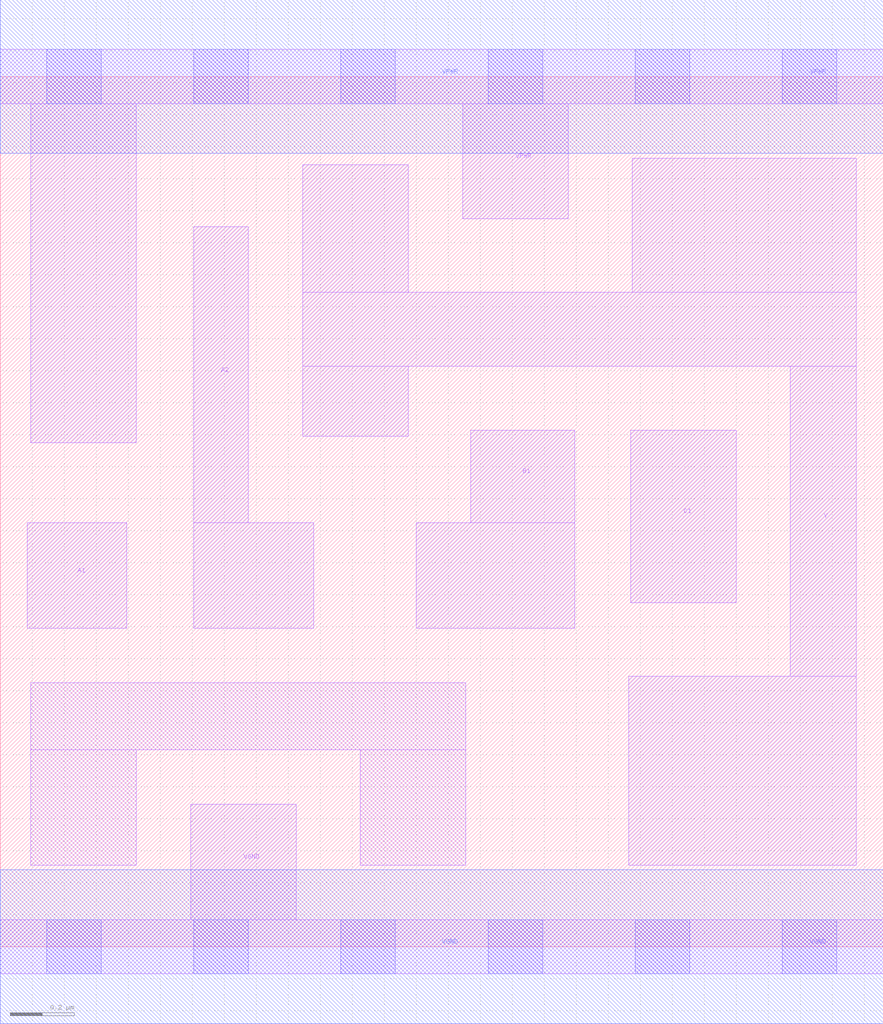
<source format=lef>
# Copyright 2020 The SkyWater PDK Authors
#
# Licensed under the Apache License, Version 2.0 (the "License");
# you may not use this file except in compliance with the License.
# You may obtain a copy of the License at
#
#     https://www.apache.org/licenses/LICENSE-2.0
#
# Unless required by applicable law or agreed to in writing, software
# distributed under the License is distributed on an "AS IS" BASIS,
# WITHOUT WARRANTIES OR CONDITIONS OF ANY KIND, either express or implied.
# See the License for the specific language governing permissions and
# limitations under the License.
#
# SPDX-License-Identifier: Apache-2.0

VERSION 5.7 ;
  NAMESCASESENSITIVE ON ;
  NOWIREEXTENSIONATPIN ON ;
  DIVIDERCHAR "/" ;
  BUSBITCHARS "[]" ;
UNITS
  DATABASE MICRONS 200 ;
END UNITS
MACRO sky130_fd_sc_hd__o211ai_1
  CLASS CORE ;
  SOURCE USER ;
  FOREIGN sky130_fd_sc_hd__o211ai_1 ;
  ORIGIN  0.000000  0.000000 ;
  SIZE  2.760000 BY  2.720000 ;
  SYMMETRY X Y R90 ;
  SITE unithd ;
  PIN A1
    ANTENNAGATEAREA  0.247500 ;
    DIRECTION INPUT ;
    USE SIGNAL ;
    PORT
      LAYER li1 ;
        RECT 0.085000 0.995000 0.395000 1.325000 ;
    END
  END A1
  PIN A2
    ANTENNAGATEAREA  0.247500 ;
    DIRECTION INPUT ;
    USE SIGNAL ;
    PORT
      LAYER li1 ;
        RECT 0.605000 0.995000 0.980000 1.325000 ;
        RECT 0.605000 1.325000 0.775000 2.250000 ;
    END
  END A2
  PIN B1
    ANTENNAGATEAREA  0.247500 ;
    DIRECTION INPUT ;
    USE SIGNAL ;
    PORT
      LAYER li1 ;
        RECT 1.300000 0.995000 1.795000 1.325000 ;
        RECT 1.470000 1.325000 1.795000 1.615000 ;
    END
  END B1
  PIN C1
    ANTENNAGATEAREA  0.247500 ;
    DIRECTION INPUT ;
    USE SIGNAL ;
    PORT
      LAYER li1 ;
        RECT 1.970000 1.075000 2.300000 1.615000 ;
    END
  END C1
  PIN Y
    ANTENNADIFFAREA  1.418250 ;
    DIRECTION OUTPUT ;
    USE SIGNAL ;
    PORT
      LAYER li1 ;
        RECT 0.945000 1.595000 1.275000 1.815000 ;
        RECT 0.945000 1.815000 2.675000 2.045000 ;
        RECT 0.945000 2.045000 1.275000 2.445000 ;
        RECT 1.965000 0.255000 2.675000 0.845000 ;
        RECT 1.975000 2.045000 2.675000 2.465000 ;
        RECT 2.470000 0.845000 2.675000 1.815000 ;
    END
  END Y
  PIN VGND
    DIRECTION INOUT ;
    SHAPE ABUTMENT ;
    USE GROUND ;
    PORT
      LAYER li1 ;
        RECT 0.000000 -0.085000 2.760000 0.085000 ;
        RECT 0.595000  0.085000 0.925000 0.445000 ;
      LAYER mcon ;
        RECT 0.145000 -0.085000 0.315000 0.085000 ;
        RECT 0.605000 -0.085000 0.775000 0.085000 ;
        RECT 1.065000 -0.085000 1.235000 0.085000 ;
        RECT 1.525000 -0.085000 1.695000 0.085000 ;
        RECT 1.985000 -0.085000 2.155000 0.085000 ;
        RECT 2.445000 -0.085000 2.615000 0.085000 ;
      LAYER met1 ;
        RECT 0.000000 -0.240000 2.760000 0.240000 ;
    END
  END VGND
  PIN VPWR
    DIRECTION INOUT ;
    SHAPE ABUTMENT ;
    USE POWER ;
    PORT
      LAYER li1 ;
        RECT 0.000000 2.635000 2.760000 2.805000 ;
        RECT 0.095000 1.575000 0.425000 2.635000 ;
        RECT 1.445000 2.275000 1.775000 2.635000 ;
      LAYER mcon ;
        RECT 0.145000 2.635000 0.315000 2.805000 ;
        RECT 0.605000 2.635000 0.775000 2.805000 ;
        RECT 1.065000 2.635000 1.235000 2.805000 ;
        RECT 1.525000 2.635000 1.695000 2.805000 ;
        RECT 1.985000 2.635000 2.155000 2.805000 ;
        RECT 2.445000 2.635000 2.615000 2.805000 ;
      LAYER met1 ;
        RECT 0.000000 2.480000 2.760000 2.960000 ;
    END
  END VPWR
  OBS
    LAYER li1 ;
      RECT 0.095000 0.255000 0.425000 0.615000 ;
      RECT 0.095000 0.615000 1.455000 0.825000 ;
      RECT 1.125000 0.255000 1.455000 0.615000 ;
  END
END sky130_fd_sc_hd__o211ai_1

</source>
